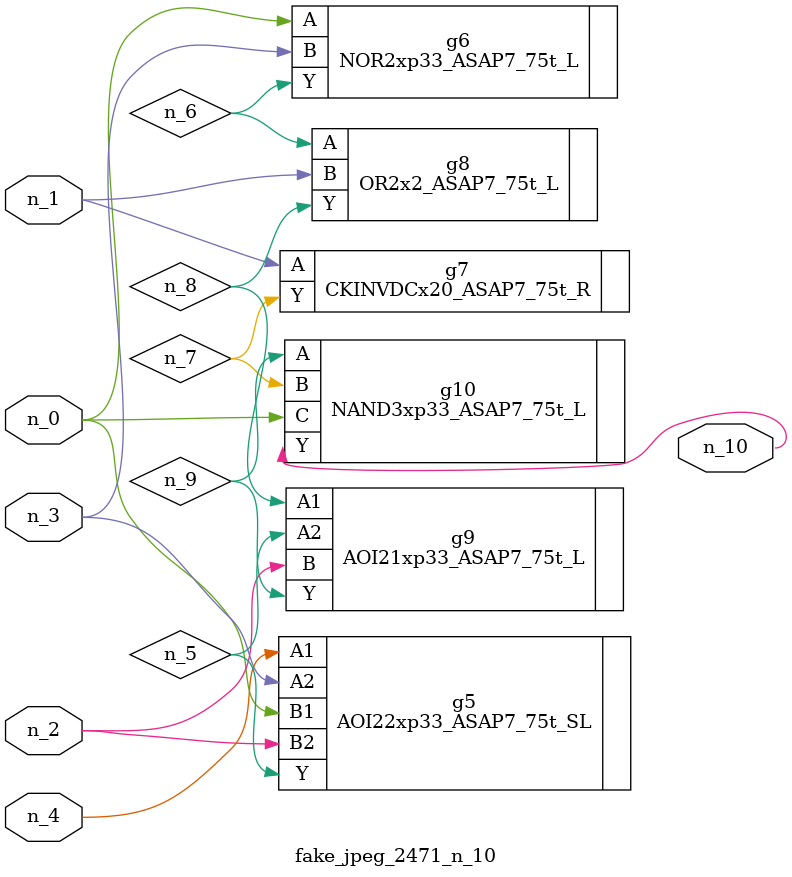
<source format=v>
module fake_jpeg_2471_n_10 (n_3, n_2, n_1, n_0, n_4, n_10);

input n_3;
input n_2;
input n_1;
input n_0;
input n_4;

output n_10;

wire n_8;
wire n_9;
wire n_6;
wire n_5;
wire n_7;

AOI22xp33_ASAP7_75t_SL g5 ( 
.A1(n_4),
.A2(n_3),
.B1(n_0),
.B2(n_2),
.Y(n_5)
);

NOR2xp33_ASAP7_75t_L g6 ( 
.A(n_0),
.B(n_3),
.Y(n_6)
);

CKINVDCx20_ASAP7_75t_R g7 ( 
.A(n_1),
.Y(n_7)
);

OR2x2_ASAP7_75t_L g8 ( 
.A(n_6),
.B(n_1),
.Y(n_8)
);

AOI21xp33_ASAP7_75t_L g9 ( 
.A1(n_8),
.A2(n_5),
.B(n_2),
.Y(n_9)
);

NAND3xp33_ASAP7_75t_L g10 ( 
.A(n_9),
.B(n_7),
.C(n_0),
.Y(n_10)
);


endmodule
</source>
